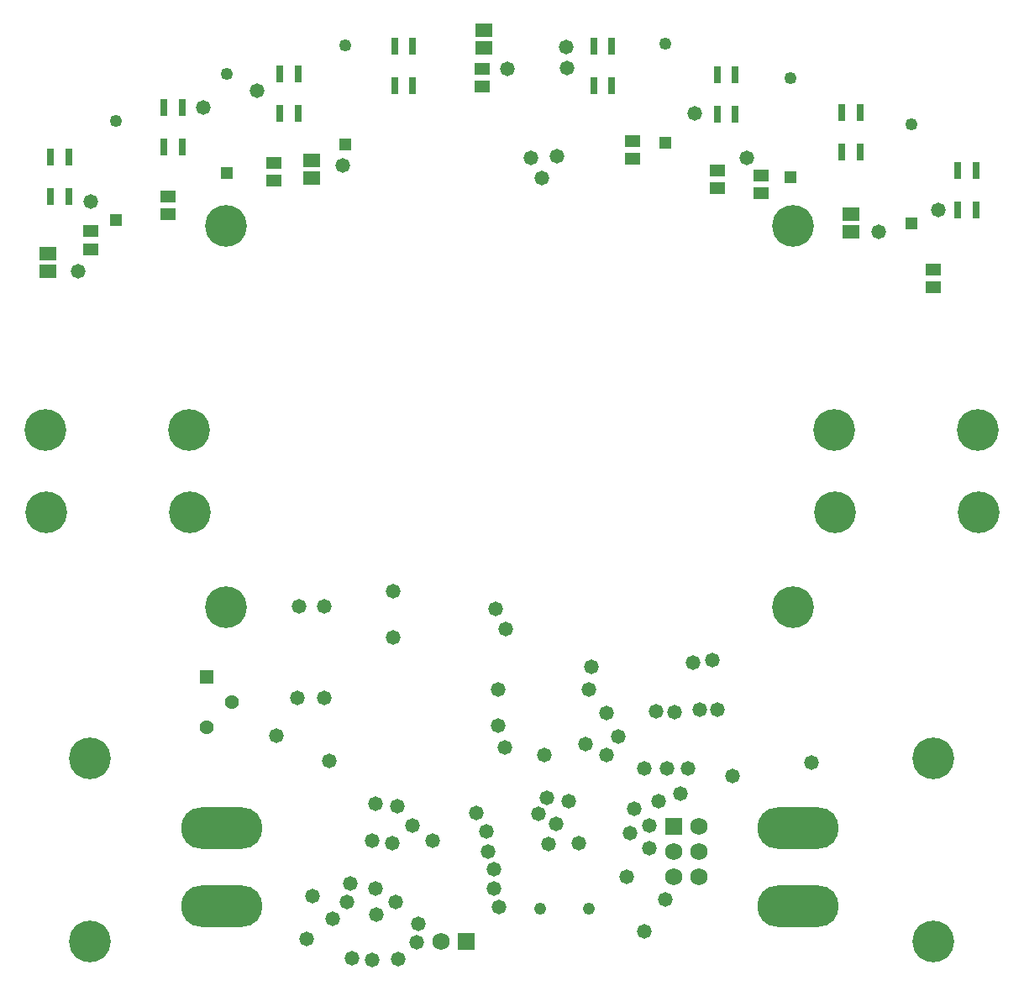
<source format=gbs>
G04*
G04 #@! TF.GenerationSoftware,Altium Limited,Altium Designer,23.10.1 (27)*
G04*
G04 Layer_Color=16711935*
%FSLAX44Y44*%
%MOMM*%
G71*
G04*
G04 #@! TF.SameCoordinates,2FD0DFDD-310B-44B2-BA78-C92062C4FB9D*
G04*
G04*
G04 #@! TF.FilePolarity,Negative*
G04*
G01*
G75*
%ADD55C,1.4252*%
%ADD56R,1.4252X1.4252*%
%ADD57C,1.2500*%
%ADD58R,1.2500X1.2500*%
%ADD59C,4.2032*%
%ADD60O,8.2032X4.2032*%
%ADD61C,1.2332*%
%ADD62R,1.7532X1.7532*%
%ADD63C,1.7532*%
%ADD64C,1.7332*%
%ADD65R,1.7332X1.7332*%
%ADD66C,1.4732*%
%ADD78R,0.7900X1.6600*%
%ADD81R,1.6532X1.3532*%
%ADD82R,1.5532X1.2032*%
D55*
X193040Y250190D02*
D03*
X218440Y275590D02*
D03*
D56*
X193040Y300990D02*
D03*
D57*
X332740Y937730D02*
D03*
X902970Y857720D02*
D03*
X781050Y904710D02*
D03*
X101600Y861530D02*
D03*
X655320Y939000D02*
D03*
X213360Y908520D02*
D03*
D58*
X332740Y837730D02*
D03*
X902970Y757720D02*
D03*
X781050Y804710D02*
D03*
X101600Y761530D02*
D03*
X655320Y839000D02*
D03*
X213360Y808520D02*
D03*
D59*
X825640Y466370D02*
D03*
X824830Y550000D02*
D03*
X175980Y466370D02*
D03*
X175170Y550000D02*
D03*
X783590Y755650D02*
D03*
X970000Y550000D02*
D03*
X970810Y466370D02*
D03*
X30810D02*
D03*
X30000Y550000D02*
D03*
X74930Y218440D02*
D03*
X925000Y34290D02*
D03*
X74930D02*
D03*
X212090Y755650D02*
D03*
X925000Y218440D02*
D03*
X212090Y370840D02*
D03*
X783590D02*
D03*
D60*
X788520Y69850D02*
D03*
Y148590D02*
D03*
X208130D02*
D03*
Y69850D02*
D03*
D61*
X577700Y67310D02*
D03*
X528900D02*
D03*
D62*
X663020Y149940D02*
D03*
D63*
Y124540D02*
D03*
Y99140D02*
D03*
X688420Y149940D02*
D03*
Y124540D02*
D03*
Y99140D02*
D03*
D64*
X429110Y34290D02*
D03*
D65*
X454510D02*
D03*
D66*
X316334Y216408D02*
D03*
X802490Y214630D02*
D03*
X645919Y266339D02*
D03*
X678180Y208280D02*
D03*
X656590D02*
D03*
X670560Y182880D02*
D03*
X623570Y167640D02*
D03*
X619760Y143510D02*
D03*
X638660Y128420D02*
D03*
X633730Y44450D02*
D03*
X615950Y99060D02*
D03*
X535940Y179070D02*
D03*
X527050Y162560D02*
D03*
X474980Y144780D02*
D03*
X464820Y163830D02*
D03*
X476250Y124460D02*
D03*
X482600Y106680D02*
D03*
X487680Y68580D02*
D03*
X483870Y369570D02*
D03*
X384810Y170180D02*
D03*
X400050Y151130D02*
D03*
X420370Y135890D02*
D03*
X359260D02*
D03*
X379730Y133350D02*
D03*
X337820Y92710D02*
D03*
X386080Y16510D02*
D03*
X359410Y15240D02*
D03*
X537210Y132080D02*
D03*
X544830Y152400D02*
D03*
X546100Y825500D02*
D03*
X554990Y935990D02*
D03*
X383540Y73660D02*
D03*
X339462Y16859D02*
D03*
X293370Y36830D02*
D03*
X299583Y80023D02*
D03*
X492864Y229870D02*
D03*
X607164Y240284D02*
D03*
X574144Y233172D02*
D03*
X595480Y222250D02*
D03*
Y264160D02*
D03*
X363324Y61214D02*
D03*
X404472Y33528D02*
D03*
X580390Y311150D02*
D03*
X530116Y803384D02*
D03*
X869810Y749440D02*
D03*
X63500Y709930D02*
D03*
X519430Y824230D02*
D03*
X330200Y816610D02*
D03*
X243840Y891540D02*
D03*
X684530Y868680D02*
D03*
X737235Y823595D02*
D03*
X929960Y771210D02*
D03*
X556260Y914400D02*
D03*
X495842Y913858D02*
D03*
X189230Y875030D02*
D03*
X75946Y779526D02*
D03*
X482450Y87630D02*
D03*
X333860Y73660D02*
D03*
X319890Y57150D02*
D03*
X363070Y87630D02*
D03*
X638660Y151130D02*
D03*
X655170Y76200D02*
D03*
X567540Y133350D02*
D03*
X363070Y172720D02*
D03*
X557380Y175260D02*
D03*
X664060Y265430D02*
D03*
X683110Y314960D02*
D03*
X577700Y288290D02*
D03*
X633580Y208280D02*
D03*
X486260Y251460D02*
D03*
Y288290D02*
D03*
X533250Y222250D02*
D03*
X648495Y175187D02*
D03*
X406250Y52070D02*
D03*
X380850Y340360D02*
D03*
Y387350D02*
D03*
X262740Y241300D02*
D03*
X311000Y372110D02*
D03*
X285600D02*
D03*
X311000Y279400D02*
D03*
X284330D02*
D03*
X702160Y317500D02*
D03*
X689460Y267970D02*
D03*
X707240D02*
D03*
X493950Y349250D02*
D03*
X722480Y200660D02*
D03*
D78*
X35450Y825180D02*
D03*
Y785180D02*
D03*
X53450Y785180D02*
D03*
Y825180D02*
D03*
X167750Y834710D02*
D03*
Y874710D02*
D03*
X149750D02*
D03*
Y834710D02*
D03*
X266590Y909000D02*
D03*
Y869000D02*
D03*
X284590Y869000D02*
D03*
Y909000D02*
D03*
X382160Y936940D02*
D03*
Y896940D02*
D03*
X400160D02*
D03*
Y936940D02*
D03*
X582733Y936986D02*
D03*
Y896986D02*
D03*
X600733D02*
D03*
Y936986D02*
D03*
X833010Y869630D02*
D03*
Y829630D02*
D03*
X851010D02*
D03*
Y869630D02*
D03*
X967850Y811210D02*
D03*
Y771210D02*
D03*
X949850D02*
D03*
Y811210D02*
D03*
X725170Y908050D02*
D03*
X725170Y868050D02*
D03*
X707170Y868050D02*
D03*
Y908050D02*
D03*
D81*
X32766Y727570D02*
D03*
Y710070D02*
D03*
X298450Y821550D02*
D03*
X298450Y804050D02*
D03*
X472231Y952606D02*
D03*
Y935106D02*
D03*
X842010Y749440D02*
D03*
Y766940D02*
D03*
D82*
X75946Y749918D02*
D03*
Y731918D02*
D03*
X153670Y784970D02*
D03*
Y766970D02*
D03*
X260350Y819260D02*
D03*
Y801260D02*
D03*
X470662Y913858D02*
D03*
Y895858D02*
D03*
X622300Y822850D02*
D03*
Y840850D02*
D03*
X707390Y793640D02*
D03*
Y811640D02*
D03*
X751840Y788560D02*
D03*
Y806560D02*
D03*
X925405Y693324D02*
D03*
Y711324D02*
D03*
M02*

</source>
